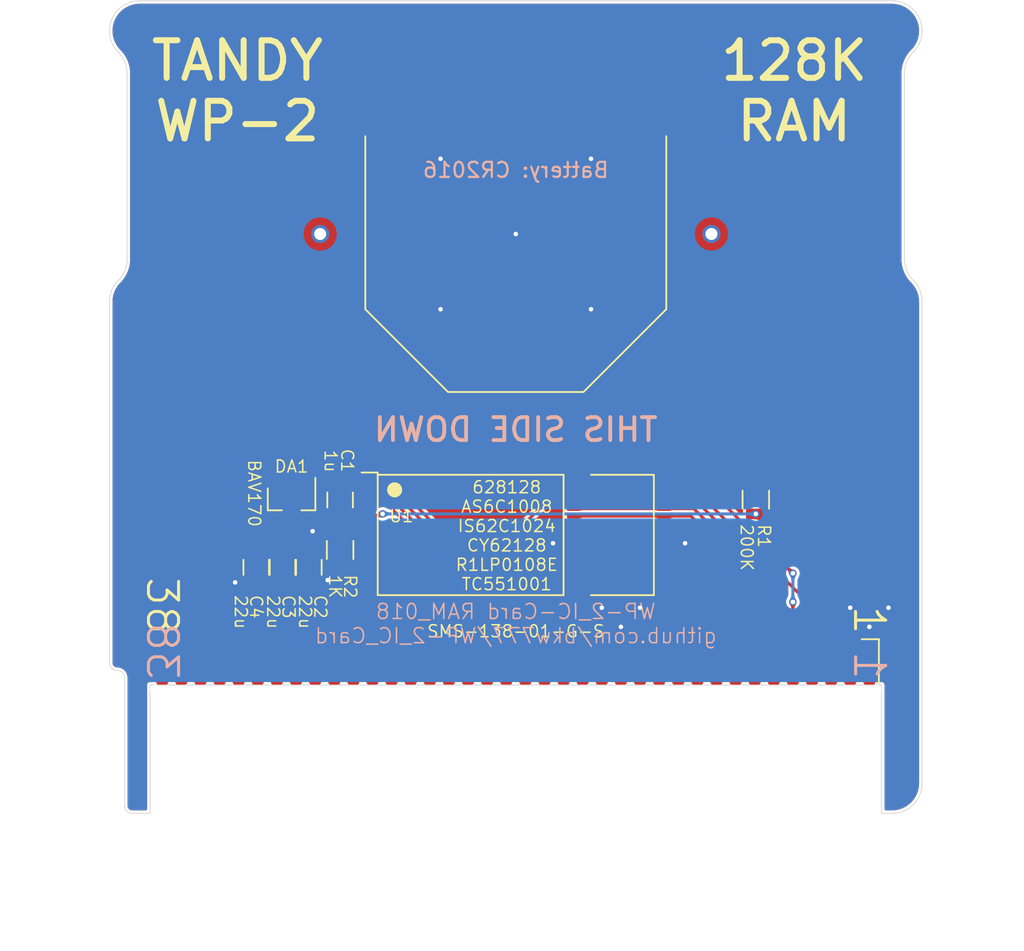
<source format=kicad_pcb>
(kicad_pcb (version 20221018) (generator pcbnew)
  (title_block (title "WP-2_IC-Card") (date "2023-12-12") (rev "RAM_018") (company "Brian K. White - b.kenyon.w@gmail.com") (comment 1 "CC-BY-SA") (comment 2 "github.com/bkw777/WP-2_IC_Card"))
  (layers (0 "F.Cu" signal) (31 "B.Cu" signal) (34 "B.Paste" user) (35 "F.Paste" user) (36 "B.SilkS" user "B.Silkscreen") (37 "F.SilkS" user "F.Silkscreen") (38 "B.Mask" user) (39 "F.Mask" user) (44 "Edge.Cuts" user))
  (net 0 "")
  (net 1 "GND")
  (net 2 "/~{CE1}")
  (net 3 "/~{OE}")
  (net 4 "/D0")
  (net 5 "/D1")
  (net 6 "/D2")
  (net 7 "/D3")
  (net 8 "/D4")
  (net 9 "/D5")
  (net 10 "/D6")
  (net 11 "/D7")
  (net 12 "/A16")
  (net 13 "/A15")
  (net 14 "/A14")
  (net 15 "/A13")
  (net 16 "/A12")
  (net 17 "/A11")
  (net 18 "/A10")
  (net 19 "/A9")
  (net 20 "/A8")
  (net 21 "/A7")
  (net 22 "/A6")
  (net 23 "/A5")
  (net 24 "/A4")
  (net 25 "/A3")
  (net 26 "/A2")
  (net 27 "/A1")
  (net 28 "/A0")
  (net 29 "/CE2")
  (net 30 "VMEM")
  (net 31 "/VBUS")
  (net 32 "/VBAT")
  (net 33 "/~{WE}")
  (net 38 "Net-(C2-Pad1)")
  (footprint "0_LOCAL:SMS-138-01-x-x_edge" (layer "F.Cu") (at 135.95 113.72 -90)
    (fp_text reference "J1" hide)
    (fp_text value "SMS-138-01-G-S" (at -3.575 0 unlocked) (layer "F.SilkS") (effects (font (size 0.8 0.8) (thickness 0.1))))
    (fp_line (start -3.048 -22.987) (end -3.048 -24.13) (stroke (width 0.12)) (layer "F.SilkS"))
    (fp_line (start -0.127 -24.13) (end -3.048 -24.13) (stroke (width 0.12)) (layer "F.SilkS"))
    (pad "1" smd roundrect (at -1.4 -23.495 270) (size 2.8 0.8) (layers "F.Cu" "F.Paste" "F.Mask") (net 1 "GND"))
    (pad "2" smd roundrect (at -1.4 -22.225 270) (size 2.8 0.8) (layers "F.Cu" "F.Paste" "F.Mask") (net 1 "GND"))
    (pad "3" smd roundrect (at -1.4 -20.955 270) (size 2.8 0.8) (layers "F.Cu" "F.Paste" "F.Mask") (net 29 "/CE2"))
    (pad "4" smd roundrect (at -1.4 -19.685 270) (size 2.8 0.8) (layers "F.Cu" "F.Paste" "F.Mask") (net 2 "/~{CE1}"))
    (pad "5" smd roundrect (at -1.4 -18.415 270) (size 2.8 0.8) (layers "F.Cu" "F.Paste" "F.Mask") (net 3 "/~{OE}"))
    (pad "6" smd roundrect (at -1.4 -17.145 270) (size 2.8 0.8) (layers "F.Cu" "F.Paste" "F.Mask") (net 4 "/D0"))
    (pad "7" smd roundrect (at -1.4 -15.875 270) (size 2.8 0.8) (layers "F.Cu" "F.Paste" "F.Mask") (net 5 "/D1"))
    (pad "8" smd roundrect (at -1.4 -14.605 270) (size 2.8 0.8) (layers "F.Cu" "F.Paste" "F.Mask") (net 6 "/D2"))
    (pad "9" smd roundrect (at -1.4 -13.335 270) (size 2.8 0.8) (layers "F.Cu" "F.Paste" "F.Mask") (net 7 "/D3"))
    (pad "10" smd roundrect (at -1.4 -12.065 270) (size 2.8 0.8) (layers "F.Cu" "F.Paste" "F.Mask") (net 8 "/D4"))
    (pad "11" smd roundrect (at -1.4 -10.795 270) (size 2.8 0.8) (layers "F.Cu" "F.Paste" "F.Mask") (net 9 "/D5"))
    (pad "12" smd roundrect (at -1.4 -9.525 270) (size 2.8 0.8) (layers "F.Cu" "F.Paste" "F.Mask") (net 10 "/D6"))
    (pad "13" smd roundrect (at -1.4 -8.255 270) (size 2.8 0.8) (layers "F.Cu" "F.Paste" "F.Mask") (net 11 "/D7"))
    (pad "14" smd roundrect (at -1.4 -6.985 270) (size 2.8 0.8) (layers "F.Cu" "F.Paste" "F.Mask") (net 1 "GND"))
    (pad "15" smd roundrect (at -1.4 -5.715 270) (size 2.8 0.8) (layers "F.Cu" "F.Paste" "F.Mask"))
    (pad "16" smd roundrect (at -1.4 -4.445 270) (size 2.8 0.8) (layers "F.Cu" "F.Paste" "F.Mask"))
    (pad "17" smd roundrect (at -1.4 -3.175 270) (size 2.8 0.8) (layers "F.Cu" "F.Paste" "F.Mask"))
    (pad "18" smd roundrect (at -1.4 -1.905 270) (size 2.8 0.8) (layers "F.Cu" "F.Paste" "F.Mask") (net 12 "/A16"))
    (pad "19" smd roundrect (at -1.4 -0.635 270) (size 2.8 0.8) (layers "F.Cu" "F.Paste" "F.Mask") (net 13 "/A15"))
    (pad "20" smd roundrect (at -1.4 0.635 270) (size 2.8 0.8) (layers "F.Cu" "F.Paste" "F.Mask") (net 14 "/A14"))
    (pad "21" smd roundrect (at -1.4 1.905 270) (size 2.8 0.8) (layers "F.Cu" "F.Paste" "F.Mask") (net 15 "/A13"))
    (pad "22" smd roundrect (at -1.4 3.175 270) (size 2.8 0.8) (layers "F.Cu" "F.Paste" "F.Mask") (net 16 "/A12"))
    (pad "23" smd roundrect (at -1.4 4.445 270) (size 2.8 0.8) (layers "F.Cu" "F.Paste" "F.Mask") (net 17 "/A11"))
    (pad "24" smd roundrect (at -1.4 5.715 270) (size 2.8 0.8) (layers "F.Cu" "F.Paste" "F.Mask") (net 18 "/A10"))
    (pad "25" smd roundrect (at -1.4 6.985 270) (size 2.8 0.8) (layers "F.Cu" "F.Paste" "F.Mask") (net 19 "/A9"))
    (pad "26" smd roundrect (at -1.4 8.255 270) (size 2.8 0.8) (layers "F.Cu" "F.Paste" "F.Mask") (net 20 "/A8"))
    (pad "27" smd roundrect (at -1.4 9.525 270) (size 2.8 0.8) (layers "F.Cu" "F.Paste" "F.Mask") (net 21 "/A7"))
    (pad "28" smd roundrect (at -1.4 10.795 270) (size 2.8 0.8) (layers "F.Cu" "F.Paste" "F.Mask") (net 22 "/A6"))
    (pad "29" smd roundrect (at -1.4 12.065 270) (size 2.8 0.8) (layers "F.Cu" "F.Paste" "F.Mask") (net 23 "/A5"))
    (pad "30" smd roundrect (at -1.4 13.335 270) (size 2.8 0.8) (layers "F.Cu" "F.Paste" "F.Mask") (net 24 "/A4"))
    (pad "31" smd roundrect (at -1.4 14.605 270) (size 2.8 0.8) (layers "F.Cu" "F.Paste" "F.Mask") (net 25 "/A3"))
    (pad "32" smd roundrect (at -1.4 15.875 270) (size 2.8 0.8) (layers "F.Cu" "F.Paste" "F.Mask") (net 26 "/A2"))
    (pad "33" smd roundrect (at -1.4 17.145 270) (size 2.8 0.8) (layers "F.Cu" "F.Paste" "F.Mask") (net 27 "/A1"))
    (pad "34" smd roundrect (at -1.4 18.415 270) (size 2.8 0.8) (layers "F.Cu" "F.Paste" "F.Mask") (net 28 "/A0"))
    (pad "35" smd roundrect (at -1.4 19.685 270) (size 2.8 0.8) (layers "F.Cu" "F.Paste" "F.Mask") (net 33 "/~{WE}"))
    (pad "36" smd roundrect (at -1.4 20.955 270) (size 2.8 0.8) (layers "F.Cu" "F.Paste" "F.Mask"))
    (pad "37" smd roundrect (at -1.4 22.225 270) (size 2.8 0.8) (layers "F.Cu" "F.Paste" "F.Mask") (net 32 "/VBAT"))
    (pad "38" smd roundrect (at -1.4 23.495 270) (size 2.8 0.8) (layers "F.Cu" "F.Paste" "F.Mask") (net 31 "/VBUS"))
  )
  (footprint "0_LOCAL:TSOP32-dual" (layer "F.Cu") (at 135.95 103.745)
    (fp_text reference "U1" (at -7.6 -1.25 unlocked) (layer "F.SilkS") (effects (font (size 0.8 0.8) (thickness 0.1))))
    (fp_text value "628128_TSOP" hide)
    (fp_line (start -10.25 -4.15) (end -9.175 -4.15) (stroke (width 0.12)) (layer "F.SilkS"))
    (fp_line (start -9.175 -4.15) (end -9.175 4) (stroke (width 0.12)) (layer "F.SilkS"))
    (fp_line (start 3.175 -4) (end -9.175 -4) (stroke (width 0.12)) (layer "F.SilkS"))
    (fp_line (start 3.175 4) (end -9.175 4) (stroke (width 0.12)) (layer "F.SilkS"))
    (fp_line (start 3.175 4) (end 3.175 -4) (stroke (width 0.12)) (layer "F.SilkS"))
    (fp_line (start 9.175 -4) (end 5 -4) (stroke (width 0.12)) (layer "F.SilkS"))
    (fp_line (start 9.175 4) (end 5 4) (stroke (width 0.12)) (layer "F.SilkS"))
    (fp_line (start 9.175 4) (end 9.175 -4) (stroke (width 0.12)) (layer "F.SilkS"))
    (fp_circle (center -8.05 -3) (end -8.05 -2.75) (stroke (width 0.5)) (fill none) (layer "F.SilkS"))
    (pad "1" smd roundrect (at -9.85 -3.75 270) (size 0.3 0.9) (layers "F.Cu" "F.Paste" "F.Mask") (net 17 "/A11"))
    (pad "2" smd roundrect (at -9.85 -3.25 270) (size 0.3 0.9) (layers "F.Cu" "F.Paste" "F.Mask") (net 18 "/A10"))
    (pad "3" smd roundrect (at -9.85 -2.75 270) (size 0.3 0.9) (layers "F.Cu" "F.Paste" "F.Mask") (net 19 "/A9"))
    (pad "4" smd roundrect (at -9.85 -2.25 270) (size 0.3 0.9) (layers "F.Cu" "F.Paste" "F.Mask") (net 20 "/A8"))
    (pad "5" smd roundrect (at -9.85 -1.75 270) (size 0.3 0.9) (layers "F.Cu" "F.Paste" "F.Mask") (net 33 "/~{WE}"))
    (pad "6" smd roundrect (at -9.85 -1.25 270) (size 0.3 0.9) (layers "F.Cu" "F.Paste" "F.Mask") (net 29 "/CE2"))
    (pad "7" smd roundrect (at -9.85 -0.75 270) (size 0.3 0.9) (layers "F.Cu" "F.Paste" "F.Mask") (net 21 "/A7"))
    (pad "8" smd roundrect (at -9.85 -0.25 270) (size 0.3 0.9) (layers "F.Cu" "F.Paste" "F.Mask") (net 30 "VMEM"))
    (pad "9" smd roundrect (at -9.85 0.25 270) (size 0.3 0.9) (layers "F.Cu" "F.Paste" "F.Mask") (net 1 "GND"))
    (pad "10" smd roundrect (at -9.85 0.75 270) (size 0.3 0.9) (layers "F.Cu" "F.Paste" "F.Mask") (net 22 "/A6"))
    (pad "11" smd roundrect (at -9.85 1.25 270) (size 0.3 0.9) (layers "F.Cu" "F.Paste" "F.Mask") (net 23 "/A5"))
    (pad "12" smd roundrect (at -9.85 1.75 270) (size 0.3 0.9) (layers "F.Cu" "F.Paste" "F.Mask") (net 24 "/A4"))
    (pad "13" smd roundrect (at -9.85 2.25 270) (size 0.3 0.9) (layers "F.Cu" "F.Paste" "F.Mask") (net 28 "/A0"))
    (pad "14" smd roundrect (at -9.85 2.75 270) (size 0.3 0.9) (layers "F.Cu" "F.Paste" "F.Mask") (net 27 "/A1"))
    (pad "15" smd roundrect (at -9.85 3.25 270) (size 0.3 0.9) (layers "F.Cu" "F.Paste" "F.Mask") (net 26 "/A2"))
    (pad "16" smd roundrect (at -9.85 3.75 270) (size 0.3 0.9) (layers "F.Cu" "F.Paste" "F.Mask") (net 25 "/A3"))
    (pad "17" smd roundrect (at 3.85 3.75 270) (size 0.3 0.9) (layers "F.Cu" "F.Paste" "F.Mask") (net 12 "/A16"))
    (pad "17" smd roundrect (at 9.85 3.75 270) (size 0.3 0.9) (layers "F.Cu" "F.Paste" "F.Mask") (net 12 "/A16"))
    (pad "18" smd roundrect (at 3.85 3.25 270) (size 0.3 0.9) (layers "F.Cu" "F.Paste" "F.Mask") (net 13 "/A15"))
    (pad "18" smd roundrect (at 9.85 3.25 270) (size 0.3 0.9) (layers "F.Cu" "F.Paste" "F.Mask") (net 13 "/A15"))
    (pad "19" smd roundrect (at 3.85 2.75 270) (size 0.3 0.9) (layers "F.Cu" "F.Paste" "F.Mask") (net 14 "/A14"))
    (pad "19" smd roundrect (at 9.85 2.75 270) (size 0.3 0.9) (layers "F.Cu" "F.Paste" "F.Mask") (net 14 "/A14"))
    (pad "20" smd roundrect (at 3.85 2.25 270) (size 0.3 0.9) (layers "F.Cu" "F.Paste" "F.Mask") (net 15 "/A13"))
    (pad "20" smd roundrect (at 9.85 2.25 270) (size 0.3 0.9) (layers "F.Cu" "F.Paste" "F.Mask") (net 15 "/A13"))
    (pad "21" smd roundrect (at 3.85 1.75 270) (size 0.3 0.9) (layers "F.Cu" "F.Paste" "F.Mask") (net 11 "/D7"))
    (pad "21" smd roundrect (at 9.85 1.75 270) (size 0.3 0.9) (layers "F.Cu" "F.Paste" "F.Mask") (net 11 "/D7"))
    (pad "22" smd roundrect (at 3.85 1.25 270) (size 0.3 0.9) (layers "F.Cu" "F.Paste" "F.Mask") (net 10 "/D6"))
    (pad "22" smd roundrect (at 9.85 1.25 270) (size 0.3 0.9) (layers "F.Cu" "F.Paste" "F.Mask") (net 10 "/D6"))
    (pad "23" smd roundrect (at 3.85 0.75 270) (size 0.3 0.9) (layers "F.Cu" "F.Paste" "F.Mask") (net 9 "/D5"))
    (pad "23" smd roundrect (at 9.85 0.75 270) (size 0.3 0.9) (layers "F.Cu" "F.Paste" "F.Mask") (net 9 "/D5"))
    (pad "24" smd roundrect (at 3.85 0.25 270) (size 0.3 0.9) (layers "F.Cu" "F.Paste" "F.Mask") (net 1 "GND"))
    (pad "24" smd roundrect (at 9.85 0.25 270) (size 0.3 0.9) (layers "F.Cu" "F.Paste" "F.Mask") (net 1 "GND"))
    (pad "25" smd roundrect (at 3.85 -0.25 270) (size 0.3 0.9) (layers "F.Cu" "F.Paste" "F.Mask") (net 8 "/D4"))
    (pad "25" smd roundrect (at 9.85 -0.25 270) (size 0.3 0.9) (layers "F.Cu" "F.Paste" "F.Mask") (net 8 "/D4"))
    (pad "26" smd roundrect (at 3.85 -0.75 270) (size 0.3 0.9) (layers "F.Cu" "F.Paste" "F.Mask") (net 7 "/D3"))
    (pad "26" smd roundrect (at 9.85 -0.75 270) (size 0.3 0.9) (layers "F.Cu" "F.Paste" "F.Mask") (net 7 "/D3"))
    (pad "27" smd roundrect (at 3.85 -1.25 270) (size 0.3 0.9) (layers "F.Cu" "F.Paste" "F.Mask") (net 6 "/D2"))
    (pad "27" smd roundrect (at 9.85 -1.25 270) (size 0.3 0.9) (layers "F.Cu" "F.Paste" "F.Mask") (net 6 "/D2"))
    (pad "28" smd roundrect (at 3.85 -1.75 270) (size 0.3 0.9) (layers "F.Cu" "F.Paste" "F.Mask") (net 5 "/D1"))
    (pad "28" smd roundrect (at 9.85 -1.75 270) (size 0.3 0.9) (layers "F.Cu" "F.Paste" "F.Mask") (net 5 "/D1"))
    (pad "29" smd roundrect (at 3.85 -2.25 270) (size 0.3 0.9) (layers "F.Cu" "F.Paste" "F.Mask") (net 4 "/D0"))
    (pad "29" smd roundrect (at 9.85 -2.25 270) (size 0.3 0.9) (layers "F.Cu" "F.Paste" "F.Mask") (net 4 "/D0"))
    (pad "30" smd roundrect (at 3.85 -2.75 270) (size 0.3 0.9) (layers "F.Cu" "F.Paste" "F.Mask") (net 2 "/~{CE1}"))
    (pad "30" smd roundrect (at 9.85 -2.75 270) (size 0.3 0.9) (layers "F.Cu" "F.Paste" "F.Mask") (net 2 "/~{CE1}"))
    (pad "31" smd roundrect (at 3.85 -3.25 270) (size 0.3 0.9) (layers "F.Cu" "F.Paste" "F.Mask") (net 16 "/A12"))
    (pad "31" smd roundrect (at 9.85 -3.25 270) (size 0.3 0.9) (layers "F.Cu" "F.Paste" "F.Mask") (net 16 "/A12"))
    (pad "32" smd roundrect (at 3.85 -3.75 270) (size 0.3 0.9) (layers "F.Cu" "F.Paste" "F.Mask") (net 3 "/~{OE}"))
    (pad "32" smd roundrect (at 9.85 -3.75 270) (size 0.3 0.9) (layers "F.Cu" "F.Paste" "F.Mask") (net 3 "/~{OE}"))
  )
  (footprint "0_LOCAL:2016_battery_holder_smt" (layer "F.Cu") (at 135.95 83.745)
    (fp_text reference "BT1" hide)
    (fp_text value "CR2016 3v")
    (fp_line (start -10 5) (end -10 -6.5) (stroke (width 0.12)) (layer "F.SilkS"))
    (fp_line (start -10 5) (end -4.5 10.5) (stroke (width 0.12)) (layer "F.SilkS"))
    (fp_line (start -4.5 10.5) (end 4.5 10.5) (stroke (width 0.12)) (layer "F.SilkS"))
    (fp_line (start 4.5 10.5) (end 10 5) (stroke (width 0.12)) (layer "F.SilkS"))
    (fp_line (start 10 5) (end 10 -6.5) (stroke (width 0.12)) (layer "F.SilkS"))
    (pad "1" smd roundrect (at -13 0) (size 5.5 5.5) (layers "F.Cu" "F.Paste" "F.Mask") (roundrect_rratio 0.1) (net 32 "/VBAT"))
    (pad "1" smd roundrect (at 13 0) (size 5.5 5.5) (layers "F.Cu" "F.Paste" "F.Mask") (roundrect_rratio 0.1) (net 32 "/VBAT"))
    (pad "2" smd circle (at 0 0) (size 17.8 17.8) (layers "F.Cu" "F.Mask") (net 1 "GND"))
  )
  (footprint "0_LOCAL:SOT-23" (layer "F.Cu") (at 121.05 101.345 -90)
    (fp_text reference "DA1" (at -2.15 0 unlocked) (layer "F.SilkS") (effects (font (size 0.8 0.8) (thickness 0.1))))
    (fp_text value "BAV170" (at 1.925 2.475 -90 unlocked) (layer "F.SilkS") (effects (font (size 0.8 0.8) (thickness 0.1)) (justify right)))
    (fp_line (start 0.76 -1.58) (end -1.4 -1.58) (stroke (width 0.12)) (layer "F.SilkS"))
    (fp_line (start 0.76 -1.58) (end 0.76 -0.65) (stroke (width 0.12)) (layer "F.SilkS"))
    (fp_line (start 0.76 1.58) (end -0.7 1.58) (stroke (width 0.12)) (layer "F.SilkS"))
    (fp_line (start 0.76 1.58) (end 0.76 0.65) (stroke (width 0.12)) (layer "F.SilkS"))
    (pad "1" smd roundrect (at -1 -0.95 270) (size 0.9 0.8) (layers "F.Cu" "F.Paste" "F.Mask") (roundrect_rratio 0.1) (net 32 "/VBAT"))
    (pad "2" smd roundrect (at -1 0.95 270) (size 0.9 0.8) (layers "F.Cu" "F.Paste" "F.Mask") (roundrect_rratio 0.1) (net 31 "/VBUS"))
    (pad "3" smd roundrect (at 1 0 270) (size 0.9 0.8) (layers "F.Cu" "F.Paste" "F.Mask") (roundrect_rratio 0.1) (net 30 "VMEM"))
  )
  (footprint "0_LOCAL:C_0805_1mm" (layer "F.Cu") (at 124.275 101.42 90)
    (fp_text reference "C1" (at 1.775 0.475 270 unlocked) (layer "F.SilkS") (effects (font (size 0.8 0.8) (thickness 0.1)) (justify right)))
    (fp_text value "1u" (at 1.775 -0.625 270 unlocked) (layer "F.SilkS") (effects (font (size 0.8 0.8) (thickness 0.1)) (justify right)))
    (fp_line (start -0.5 0.85) (end 0.5 0.85) (stroke (width 0.12)) (layer "F.SilkS"))
    (fp_line (start 0.5 -0.85) (end -0.5 -0.85) (stroke (width 0.12)) (layer "F.SilkS"))
    (pad "1" smd roundrect (at -1 0 90) (size 1 1.25) (layers "F.Cu" "F.Paste" "F.Mask") (roundrect_rratio 0.15) (net 30 "VMEM"))
    (pad "2" smd roundrect (at 1 0 90) (size 1 1.25) (layers "F.Cu" "F.Paste" "F.Mask") (roundrect_rratio 0.15) (net 1 "GND"))
  )
  (footprint "0_LOCAL:npth_0.6mm" (layer "F.Cu") (at 159.95 114.02)
    (fp_text reference "corner2" hide)
    (fp_text value "npth_0.6mm" hide)
    (pad "" np_thru_hole circle (at 0 0) (size 0.6 0.6) (drill 0.6) (layers "F&B.Cu"))
  )
  (footprint "0_LOCAL:R_0805" (layer "F.Cu") (at 124.275 104.745 90)
    (fp_text reference "R2" (at -1.575 0.675 270 unlocked) (layer "F.SilkS") (effects (font (size 0.8 0.8) (thickness 0.1)) (justify left)))
    (fp_text value "1K" (at -1.575 -0.325 270 unlocked) (layer "F.SilkS") (effects (font (size 0.8 0.8) (thickness 0.1)) (justify left)))
    (fp_line (start -0.6 -0.88) (end 0.6 -0.88) (stroke (width 0.12)) (layer "F.SilkS"))
    (fp_line (start 0.6 0.88) (end -0.6 0.88) (stroke (width 0.12)) (layer "F.SilkS"))
    (pad "1" smd roundrect (at -0.95 0 90) (size 0.7 1.3) (layers "F.Cu" "F.Paste" "F.Mask") (roundrect_rratio 0.1) (net 38 "Net-(C2-Pad1)"))
    (pad "2" smd roundrect (at 0.95 0 90) (size 0.7 1.3) (layers "F.Cu" "F.Paste" "F.Mask") (roundrect_rratio 0.1) (net 30 "VMEM"))
  )
  (footprint "0_LOCAL:pth_nail" (layer "F.Cu") (at 122.95 83.745)
    (fp_text reference "nail1" hide)
    (fp_text value "pth_nail" hide)
    (pad "" thru_hole circle (at 0 0) (size 1.2 1.2) (drill 0.8) (layers "*.Cu" "*.Mask") (net 32 "/VBAT") (clearance 0.5))
  )
  (footprint "0_LOCAL:WP-2_IC_Card_Cover_RAM" (layer "F.Cu") (at 135.95 95.245)
    (fp_text reference "REF**" hide)
    (fp_text value "WP-2_IC_Card_Cover_RAM")
  )
  (footprint "0_LOCAL:pth_nail" (layer "F.Cu") (at 148.95 83.745)
    (fp_text reference "nail2" hide)
    (fp_text value "pth_nail" hide)
    (pad "" thru_hole circle (at 0 0) (size 1.2 1.2) (drill 0.8) (layers "*.Cu" "*.Mask") (net 32 "/VBAT") (clearance 0.5))
  )
  (footprint "0_LOCAL:C_0805_1mm" (layer "F.Cu") (at 120.45 105.895 -90)
    (fp_text reference "C3" (at 1.775 -0.4 -90 unlocked) (layer "F.SilkS") (effects (font (size 0.8 0.8) (thickness 0.1)) (justify left)))
    (fp_text value "22u" (at 1.775 0.616 -90 unlocked) (layer "F.SilkS") (effects (font (size 0.8 0.8) (thickness 0.1)) (justify left)))
    (fp_line (start -0.5 0.85) (end 0.5 0.85) (stroke (width 0.12)) (layer "F.SilkS"))
    (fp_line (start 0.5 -0.85) (end -0.5 -0.85) (stroke (width 0.12)) (layer "F.SilkS"))
    (pad "1" smd roundrect (at -1 0 270) (size 1 1.25) (layers "F.Cu" "F.Paste" "F.Mask") (roundrect_rratio 0.15) (net 38 "Net-(C2-Pad1)"))
    (pad "2" smd roundrect (at 1 0 270) (size 1 1.25) (layers "F.Cu" "F.Paste" "F.Mask") (roundrect_rratio 0.15) (net 1 "GND"))
  )
  (footprint "0_LOCAL:R_0805" (layer "F.Cu") (at 151.9 101.395 -90)
    (fp_text reference "R1" (at 1.575 -0.55 -90 unlocked) (layer "F.SilkS") (effects (font (size 0.8 0.8) (thickness 0.1)) (justify left)))
    (fp_text value "200K" (at 1.575 0.6 -90 unlocked) (layer "F.SilkS") (effects (font (size 0.8 0.8) (thickness 0.1)) (justify left)))
    (fp_line (start -0.6 -0.88) (end 0.6 -0.88) (stroke (width 0.12)) (layer "F.SilkS"))
    (fp_line (start 0.6 0.88) (end -0.6 0.88) (stroke (width 0.12)) (layer "F.SilkS"))
    (pad "1" smd roundrect (at -0.95 0 270) (size 0.7 1.3) (layers "F.Cu" "F.Paste" "F.Mask") (roundrect_rratio 0.1) (net 1 "GND"))
    (pad "2" smd roundrect (at 0.95 0 270) (size 0.7 1.3) (layers "F.Cu" "F.Paste" "F.Mask") (roundrect_rratio 0.1) (net 29 "/CE2"))
  )
  (footprint "0_LOCAL:npth_0.6mm" (layer "F.Cu") (at 111.95 114.02)
    (fp_text reference "corner1" hide)
    (fp_text value "npth_0.6mm" hide)
    (pad "" np_thru_hole circle (at 0 0) (size 0.6 0.6) (drill 0.6) (layers "F&B.Cu"))
  )
  (footprint "0_LOCAL:C_0805_1mm" (layer "F.Cu") (at 122.2 105.895 -90)
    (fp_text reference "C2" (at 1.775 -0.766 -90 unlocked) (layer "F.SilkS") (effects (font (size 0.8 0.8) (thickness 0.1)) (justify left)))
    (fp_text value "22u" (at 1.775 0.25 -90 unlocked) (layer "F.SilkS") (effects (font (size 0.8 0.8) (thickness 0.1)) (justify left)))
    (fp_line (start -0.5 0.85) (end 0.5 0.85) (stroke (width 0.12)) (layer "F.SilkS"))
    (fp_line (start 0.5 -0.85) (end -0.5 -0.85) (stroke (width 0.12)) (layer "F.SilkS"))
    (pad "1" smd roundrect (at -1 0 270) (size 1 1.25) (layers "F.Cu" "F.Paste" "F.Mask") (roundrect_rratio 0.15) (net 38 "Net-(C2-Pad1)"))
    (pad "2" smd roundrect (at 1 0 270) (size 1 1.25) (layers "F.Cu" "F.Paste" "F.Mask") (roundrect_rratio 0.15) (net 1 "GND"))
  )
  (footprint "0_LOCAL:C_0805_1mm" (layer "F.Cu") (at 118.7 105.895 -90)
    (fp_text reference "C4" (at 1.778 0 -90 unlocked) (layer "F.SilkS") (effects (font (size 0.8 0.8) (thickness 0.1)) (justify left)))
    (fp_text value "22u" (at 1.778 1.016 -90 unlocked) (layer "F.SilkS") (effects (font (size 0.8 0.8) (thickness 0.1)) (justify left)))
    (fp_line (start -0.5 0.85) (end 0.5 0.85) (stroke (width 0.12)) (layer "F.SilkS"))
    (fp_line (start 0.5 -0.85) (end -0.5 -0.85) (stroke (width 0.12)) (layer "F.SilkS"))
    (pad "1" smd roundrect (at -1 0 270) (size 1 1.25) (layers "F.Cu" "F.Paste" "F.Mask") (roundrect_rratio 0.15) (net 38 "Net-(C2-Pad1)"))
    (pad "2" smd roundrect (at 1 0 270) (size 1 1.25) (layers "F.Cu" "F.Paste" "F.Mask") (roundrect_rratio 0.15) (net 1 "GND"))
  )
  (gr_line (start 108.949999 88.245) (end 108.95 112.245) (stroke (width 0.05)) (layer "Edge.Cuts"))
  (gr_line (start 160.95 68.245) (end 110.95 68.245) (stroke (width 0.05)) (layer "Edge.Cuts"))
  (gr_line (start 111.65 113.72) (end 160.25 113.72) (stroke (width 0.05)) (layer "Edge.Cuts"))
  (gr_line (start 160.25 122.245) (end 160.25 113.72) (stroke (width 0.05)) (layer "Edge.Cuts"))
  (gr_line (start 111.65 122.245) (end 111.65 113.72) (stroke (width 0.05)) (layer "Edge.Cuts"))
  (gr_line (start 110.45 122.245) (end 111.65 122.245) (stroke (width 0.05)) (layer "Edge.Cuts"))
  (gr_line (start 160.95 122.245) (end 160.25 122.245) (stroke (width 0.05)) (layer "Edge.Cuts"))
  (gr_line (start 162.95 120.245) (end 162.95 88.245) (stroke (width 0.05)) (layer "Edge.Cuts"))
  (gr_line (start 109.95 113.245) (end 109.95 121.745) (stroke (width 0.05)) (layer "Edge.Cuts"))
  (gr_arc (start 109.535787 71.659214) (mid 109.969333 72.308061) (end 110.121574 73.073428) (stroke (width 0.05)) (layer "Edge.Cuts"))
  (gr_arc (start 162.364213 86.830786) (mid 162.797759 87.479633) (end 162.95 88.245) (stroke (width 0.05)) (layer "Edge.Cuts"))
  (gr_arc (start 162.95 120.245) (mid 162.364214 121.659214) (end 160.95 122.245) (stroke (width 0.05)) (layer "Edge.Cuts"))
  (gr_arc (start 109.45 112.745) (mid 109.803553 112.891447) (end 109.95 113.245) (stroke (width 0.05)) (layer "Edge.Cuts"))
  (gr_arc (start 108.95 70.245) (mid 109.535786 68.830786) (end 110.95 68.245) (stroke (width 0.05)) (layer "Edge.Cuts"))
  (gr_arc (start 160.95 68.245) (mid 162.364214 68.830786) (end 162.95 70.245) (stroke (width 0.05)) (layer "Edge.Cuts"))
  (gr_arc (start 110.45 122.245) (mid 110.096447 122.098553) (end 109.95 121.745) (stroke (width 0.05)) (layer "Edge.Cuts"))
  (gr_arc (start 162.95 70.245) (mid 162.797759 71.010367) (end 162.364213 71.659214) (stroke (width 0.05)) (layer "Edge.Cuts"))
  (gr_arc (start 110.121573 85.416572) (mid 109.969339 86.181944) (end 109.535786 86.830786) (stroke (width 0.05)) (layer "Edge.Cuts"))
  (gr_line (start 161.778426 73.073428) (end 161.778426 85.416572) (stroke (width 0.05)) (layer "Edge.Cuts"))
  (gr_arc (start 162.364213 86.830786) (mid 161.930671 86.181939) (end 161.778426 85.416572) (stroke (width 0.05)) (layer "Edge.Cuts"))
  (gr_arc (start 108.949999 88.245) (mid 109.10224 87.479633) (end 109.535786 86.830786) (stroke (width 0.05)) (layer "Edge.Cuts"))
  (gr_arc (start 161.778426 73.073428) (mid 161.930667 72.308061) (end 162.364213 71.659214) (stroke (width 0.05)) (layer "Edge.Cuts"))
  (gr_arc (start 109.535787 71.659214) (mid 109.102241 71.010367) (end 108.95 70.245) (stroke (width 0.05)) (layer "Edge.Cuts"))
  (gr_line (start 110.121574 73.073428) (end 110.121573 85.416572) (stroke (width 0.05)) (layer "Edge.Cuts"))
  (gr_arc (start 109.45 112.745) (mid 109.096447 112.598553) (end 108.95 112.245) (stroke (width 0.05)) (layer "Edge.Cuts"))
  (gr_text "${TITLE} ${REVISION}\n${COMMENT2}" (at 135.95 109.64) (layer "B.SilkS") (effects (font (size 1 1) (thickness 0.1)) (justify mirror)))
  (gr_text "THIS SIDE DOWN" (at 135.95 96.745) (layer "B.SilkS") (effects (font (size 1.524 1.524) (thickness 0.254)) (justify mirror)))
  (gr_text "1" (at 159.45 113.495 270) (layer "B.SilkS") (effects (font (size 2 2) (thickness 0.2)) (justify left mirror)))
  (gr_text "Battery: CR2016" (at 135.95 79.495) (layer "B.SilkS") (effects (font (size 1 1)) (justify mirror)))
  (gr_text "38" (at 112.455 113.495 270) (layer "B.SilkS") (effects (font (size 2 2) (thickness 0.2)) (justify left mirror)))
  (gr_text "1" (at 159.445 110.485 270) (layer "F.SilkS") (effects (font (size 2 2) (thickness 0.2)) (justify right)))
  (gr_text "38" (at 112.455 110.485 270) (layer "F.SilkS") (effects (font (size 2 2) (thickness 0.2)) (justify right)))
  (gr_text "TANDY\nWP-2" (at 117.45 74.245) (layer "F.SilkS") (effects (font (size 2.5 2.5) (thickness 0.4))))
  (gr_text "128K\nRAM" (at 154.45 74.245) (layer "F.SilkS") (effects (font (size 2.5 2.5) (thickness 0.4))))
  (gr_text "628128\nAS6C1008\nIS62C1024\nCY62128\nR1LP0108E\nTC551001" (at 135.35 103.795) (layer "F.SilkS") (effects (font (size 0.8 0.8) (thickness 0.1))))
  (via (at 130.95 78.745) (size 0.5) (drill 0.3) (layers "F.Cu" "B.Cu") (net 1))
  (via (at 144.205 108.58) (size 0.5) (drill 0.3) (layers "F.Cu" "B.Cu") (net 1))
  (via (at 117.3 106.895) (size 0.5) (drill 0.3) (layers "F.Cu" "B.Cu") (net 1))
  (via (at 135.95 83.745) (size 0.5) (drill 0.3) (layers "F.Cu" "B.Cu") (net 1))
  (via (at 142.935 109.85) (size 0.5) (drill 0.3) (layers "F.Cu" "B.Cu") (net 1))
  (via (at 138.425 104.295) (size 0.5) (drill 0.3) (layers "F.Cu" "B.Cu") (net 1))
  (via (at 158.175 108.58) (size 0.5) (drill 0.3) (layers "F.Cu" "B.Cu") (net 1))
  (via (at 122.45 103.495) (size 0.5) (drill 0.3) (layers "F.Cu" "B.Cu") (net 1))
  (via (at 159.445 109.85) (size 0.5) (drill 0.3) (layers "F.Cu" "B.Cu") (net 1))
  (via (at 140.95 78.745) (size 0.5) (drill 0.3) (layers "F.Cu" "B.Cu") (net 1))
  (via (at 141.665 108.58) (size 0.5) (drill 0.3) (layers "F.Cu" "B.Cu") (net 1))
  (via (at 160.715 108.58) (size 0.5) (drill 0.3) (layers "F.Cu" "B.Cu") (net 1))
  (via (at 130.95 88.745) (size 0.5) (drill 0.3) (layers "F.Cu" "B.Cu") (net 1))
  (via (at 123.45 106.745) (size 0.5) (drill 0.3) (layers "F.Cu" "B.Cu") (net 1))
  (via (at 147.2 104.295) (size 0.5) (drill 0.3) (layers "F.Cu" "B.Cu") (net 1))
  (via (at 140.95 88.745) (size 0.5) (drill 0.3) (layers "F.Cu" "B.Cu") (net 1))
  (segment (start 155.635 112.32) (end 155.635 108.505) (width 0.2) (layer "F.Cu") (net 2))
  (segment (start 148.125 100.995) (end 145.8 100.995) (width 0.2) (layer "F.Cu") (net 2))
  (segment (start 155.635 108.505) (end 148.125 100.995) (width 0.2) (layer "F.Cu") (net 2))
  (segment (start 145.8 100.995) (end 139.8 100.995) (width 0.2) (layer "F.Cu") (net 2))
  (segment (start 148.065 99.995) (end 145.8 99.995) (width 0.2) (layer "F.Cu") (net 3))
  (segment (start 154.365 108.195) (end 154.365 112.32) (width 0.2) (layer "F.Cu") (net 3))
  (segment (start 145.8 99.995) (end 139.8 99.995) (width 0.2) (layer "F.Cu") (net 3))
  (segment (start 154.365 106.295) (end 148.065 99.995) (width 0.2) (layer "F.Cu") (net 3))
  (via (at 154.365 106.295) (size 0.5) (drill 0.3) (layers "F.Cu" "B.Cu") (net 3))
  (via (at 154.365 108.195) (size 0.5) (drill 0.3) (layers "F.Cu" "B.Cu") (net 3))
  (segment (start 154.365 108.195) (end 154.365 106.295) (width 0.2) (layer "B.Cu") (net 3))
  (segment (start 147.95 101.495) (end 145.8 101.495) (width 0.2) (layer "F.Cu") (net 4))
  (segment (start 145.8 101.495) (end 139.8 101.495) (width 0.2) (layer "F.Cu") (net 4))
  (segment (start 153.095 106.64) (end 147.95 101.495) (width 0.2) (layer "F.Cu") (net 4))
  (segment (start 153.095 112.32) (end 153.095 106.64) (width 0.2) (layer "F.Cu") (net 4))
  (segment (start 151.825 112.32) (end 151.825 106.045) (width 0.2) (layer "F.Cu") (net 5))
  (segment (start 151.825 106.045) (end 147.775 101.995) (width 0.2) (layer "F.Cu") (net 5))
  (segment (start 147.775 101.995) (end 145.8 101.995) (width 0.2) (layer "F.Cu") (net 5))
  (segment (start 145.8 101.995) (end 139.8 101.995) (width 0.2) (layer "F.Cu") (net 5))
  (segment (start 147.6 102.495) (end 145.8 102.495) (width 0.2) (layer "F.Cu") (net 6))
  (segment (start 145.8 102.495) (end 139.8 102.495) (width 0.2) (layer "F.Cu") (net 6))
  (segment (start 150.555 112.32) (end 150.555 105.45) (width 0.2) (layer "F.Cu") (net 6))
  (segment (start 150.555 105.45) (end 147.6 102.495) (width 0.2) (layer "F.Cu") (net 6))
  (segment (start 139.8 102.995) (end 145.8 102.995) (width 0.2) (layer "F.Cu") (net 7))
  (segment (start 149.285 112.32) (end 149.285 104.83) (width 0.2) (layer "F.Cu") (net 7))
  (segment (start 149.285 104.83) (end 147.45 102.995) (width 0.2) (layer "F.Cu") (net 7))
  (segment (start 147.45 102.995) (end 145.8 102.995) (width 0.2) (layer "F.Cu") (net 7))
  (segment (start 139.8 103.495) (end 145.8 103.495) (width 0.2) (layer "F.Cu") (net 8))
  (segment (start 148.015 104.21) (end 147.3 103.495) (width 0.2) (layer "F.Cu") (net 8))
  (segment (start 148.015 112.32) (end 148.015 104.21) (width 0.2) (layer "F.Cu") (net 8))
  (segment (start 147.3 103.495) (end 145.8 103.495) (width 0.2) (layer "F.Cu") (net 8))
  (segment (start 147.4498 105.424) (end 146.5208 104.495) (width 0.2) (layer "F.Cu") (net 9))
  (segment (start 146.5208 104.495) (end 145.8 104.495) (width 0.2) (layer "F.Cu") (net 9))
  (segment (start 139.8 104.495) (end 145.8 104.495) (width 0.2) (layer "F.Cu") (net 9))
  (segment (start 146.745 112.32) (end 147.05 112.015) (width 0.2) (layer "F.Cu") (net 9))
  (segment (start 147.4498 109.4577) (end 147.4498 105.424) (width 0.2) (layer "F.Cu") (net 9))
  (segment (start 147.05 109.8575) (end 147.4498 109.4577) (width 0.2) (layer "F.Cu") (net 9))
  (segment (start 147.05 112.015) (end 147.05 109.8575) (width 0.2) (layer "F.Cu") (net 9))
  (segment (start 147.0498 108.7202) (end 147.0498 105.5948) (width 0.2) (layer "F.Cu") (net 10))
  (segment (start 145.775 112.02) (end 145.775 109.995) (width 0.2) (layer "F.Cu") (net 10))
  (segment (start 145.8 104.995) (end 139.8 104.995) (width 0.2) (layer "F.Cu") (net 10))
  (segment (start 146.45 104.995) (end 145.8 104.995) (width 0.2) (layer "F.Cu") (net 10))
  (segment (start 145.775 109.995) (end 147.0498 108.7202) (width 0.2) (layer "F.Cu") (net 10))
  (segment (start 147.0498 105.5948) (end 146.45 104.995) (width 0.2) (layer "F.Cu") (net 10))
  (segment (start 145.475 112.32) (end 145.775 112.02) (width 0.2) (layer "F.Cu") (net 10))
  (segment (start 146.6434 105.7606) (end 146.3778 105.495) (width 0.2) (layer "F.Cu") (net 11))
  (segment (start 146.6434 107.9516) (end 146.6434 105.7606) (width 0.2) (layer "F.Cu") (net 11))
  (segment (start 144.205 112.32) (end 144.5098 112.0152) (width 0.2) (layer "F.Cu") (net 11))
  (segment (start 146.3778 105.495) (end 145.8 105.495) (width 0.2) (layer "F.Cu") (net 11))
  (segment (start 144.5098 110.0852) (end 146.6434 107.9516) (width 0.2) (layer "F.Cu") (net 11))
  (segment (start 144.5098 112.0152) (end 144.5098 110.0852) (width 0.2) (layer "F.Cu") (net 11))
  (segment (start 145.8 105.495) (end 139.8 105.495) (width 0.2) (layer "F.Cu") (net 11))
  (segment (start 145.8 107.495) (end 139.8 107.495) (width 0.2) (layer "F.Cu") (net 12))
  (segment (start 137.855 109.1388) (end 139.4988 107.495) (width 0.2) (layer "F.Cu") (net 12))
  (segment (start 139.4988 107.495) (end 139.8 107.495) (width 0.2) (layer "F.Cu") (net 12))
  (segment (start 137.855 112.32) (end 137.855 109.1388) (width 0.2) (layer "F.Cu") (net 12))
  (segment (start 145.8 106.995) (end 139.8 106.995) (width 0.2) (layer "F.Cu") (net 13))
  (segment (start 136.8898 112.0152) (end 136.8898 109.2912) (width 0.2) (layer "F.Cu") (net 13))
  (segment (start 136.8898 109.2912) (end 139.186 106.995) (width 0.2) (layer "F.Cu") (net 13))
  (segment (start 136.585 112.32) (end 136.8898 112.0152) (width 0.2) (layer "F.Cu") (net 13))
  (segment (start 139.186 106.995) (end 139.8 106.995) (width 0.2) (layer "F.Cu") (net 13))
  (segment (start 145.8 106.495) (end 139.8 106.495) (width 0.2) (layer "F.Cu") (net 14))
  (segment (start 135.6198 112.0152) (end 135.6198 109.8252) (width 0.2) (layer "F.Cu") (net 14))
  (segment (start 138.95 106.495) (end 139.8 106.495) (width 0.2) (layer "F.Cu") (net 14))
  (segment (start 135.315 112.32) (end 135.6198 112.0152) (width 0.2) (layer "F.Cu") (net 14))
  (segment (start 135.6198 109.8252) (end 138.95 106.495) (width 0.2) (layer "F.Cu") (net 14))
  (segment (start 134.3498 110.358) (end 138.7128 105.995) (width 0.2) (layer "F.Cu") (net 15))
  (segment (start 134.045 112.32) (end 134.3498 112.0152) (width 0.2) (layer "F.Cu") (net 15))
  (segment (start 145.8 105.995) (end 139.8 105.995) (width 0.2) (layer "F.Cu") (net 15))
  (segment (start 138.7128 105.995) (end 139.8 105.995) (width 0.2) (layer "F.Cu") (net 15))
  (segment (start 134.3498 112.0152) (end 134.3498 110.358) (width 0.2) (layer "F.Cu") (net 15))
  (segment (start 145.8 100.495) (end 139.8 100.495) (width 0.2) (layer "F.Cu") (net 16))
  (segment (start 133.075 112.02) (end 133.075 106.445) (width 0.2) (layer "F.Cu") (net 16))
  (segment (start 133.075 106.445) (end 139.025 100.495) (width 0.2) (layer "F.Cu") (net 16))
  (segment (start 132.775 112.32) (end 133.075 112.02) (width 0.2) (layer "F.Cu") (net 16))
  (segment (start 139.025 100.495) (end 139.8 100.495) (width 0.2) (layer "F.Cu") (net 16))
  (segment (start 131.505 112.32) (end 131.505 104) (width 0.2) (layer "F.Cu") (net 17))
  (segment (start 127.5 99.995) (end 126.1 99.995) (width 0.2) (layer "F.Cu") (net 17))
  (segment (start 131.505 104) (end 127.5 99.995) (width 0.2) (layer "F.Cu") (net 17))
  (segment (start 130.235 103.33) (end 127.4 100.495) (width 0.2) (layer "F.Cu") (net 18))
  (segment (start 130.235 112.32) (end 130.235 103.33) (width 0.2) (layer "F.Cu") (net 18))
  (segment (start 127.4 100.495) (end 126.1 100.495) (width 0.2) (layer "F.Cu") (net 18))
  (segment (start 128.965 112.32) (end 129 112.285) (width 0.2) (layer "F.Cu") (net 19))
  (segment (start 129 112.285) (end 129 102.695) (width 0.2) (layer "F.Cu") (net 19))
  (segment (start 127.3 100.995) (end 126.1 100.995) (width 0.2) (layer "F.Cu") (net 19))
  (segment (start 129 102.695) (end 127.3 100.995) (width 0.2) (layer "F.Cu") (net 19))
  (segment (start 127.695 112.32) (end 127.9998 112.0152) (width 0.2) (layer "F.Cu") (net 20))
  (segment (start 127.9998 109.6452) (end 128.6 109.045) (width 0.2) (layer "F.Cu") (net 20))
  (segment (start 128.6 102.895) (end 127.2 101.495) (width 0.2) (layer "F.Cu") (net 20))
  (segment (start 127.9998 112.0152) (end 127.9998 109.6452) (width 0.2) (layer "F.Cu") (net 20))
  (segment (start 127.2 101.495) (end 126.1 101.495) (width 0.2) (layer "F.Cu") (net 20))
  (segment (start 128.6 109.045) (end 128.6 102.895) (width 0.2) (layer "F.Cu") (net 20))
  (segment (start 128.2 108.595) (end 128.2 104.27) (width 0.2) (layer "F.Cu") (net 21))
  (segment (start 126.7298 112.0152) (end 126.7298 110.0652) (width 0.2) (layer "F.Cu") (net 21))
  (segment (start 126.425 112.32) (end 126.7298 112.0152) (width 0.2) (layer "F.Cu") (net 21))
  (segment (start 126.7298 110.0652) (end 128.2 108.595) (width 0.2) (layer "F.Cu") (net 21))
  (segment (start 126.925 102.995) (end 126.1 102.995) (width 0.2) (layer "F.Cu") (net 21))
  (segment (start 128.2 104.27) (end 126.925 102.995) (width 0.2) (layer "F.Cu") (net 21))
  (segment (start 126.95 104.495) (end 126.1 104.495) (width 0.2) (layer "F.Cu") (net 22))
  (segment (start 125.155 112.32) (end 125.4598 112.0152) (width 0.2) (layer "F.Cu") (net 22))
  (segment (start 127.8 108.195) (end 127.8 105.345) (width 0.2) (layer "F.Cu") (net 22))
  (segment (start 127.8 105.345) (end 126.95 104.495) (width 0.2) (layer "F.Cu") (net 22))
  (segment (start 125.4598 112.0152) (end 125.4598 110.5352) (width 0.2) (layer "F.Cu") (net 22))
  (segment (start 125.4598 110.5352) (end 127.8 108.195) (width 0.2) (layer "F.Cu") (net 22))
  (segment (start 126.85 104.995) (end 126.1 104.995) (width 0.2) (layer "F.Cu") (net 23))
  (segment (start 124.1898 110.6052) (end 126 108.795) (width 0.2) (layer "F.Cu") (net 23))
  (segment (start 127.4 107.995) (end 127.4 105.545) (width 0.2) (layer "F.Cu") (net 23))
  (segment (start 126.6 108.795) (end 127.4 107.995) (width 0.2) (layer "F.Cu") (net 23))
  (segment (start 123.885 112.32) (end 124.1898 112.0152) (width 0.2) (layer "F.Cu") (net 23))
  (segment (start 127.4 105.545) (end 126.85 104.995) (width 0.2) (layer "F.Cu") (net 23))
  (segment (start 126 108.795) (end 126.6 108.795) (width 0.2) (layer "F.Cu") (net 23))
  (segment (start 124.1898 112.0152) (end 124.1898 110.6052) (width 0.2) (layer "F.Cu") (net 23))
  (segment (start 126.75 105.495) (end 126.1 105.495) (width 0.2) (layer "F.Cu") (net 24))
  (segment (start 123.575 109.945) (end 124.1 109.945) (width 0.2) (layer "F.Cu") (net 24))
  (segment (start 126.55 108.245) (end 127 107.795) (width 0.2) (layer "F.Cu") (net 24))
  (segment (start 127 107.795) (end 127 105.745) (width 0.2) (layer "F.Cu") (net 24))
  (segment (start 122.9198 110.6002) (end 123.575 109.945) (width 0.2) (layer "F.Cu") (net 24))
  (segment (start 125.8 108.245) (end 126.55 108.245) (width 0.2) (layer "F.Cu") (net 24))
  (segment (start 127 105.745) (end 126.75 105.495) (width 0.2) (layer "F.Cu") (net 24))
  (segment (start 122.615 112.32) (end 122.9198 112.0152) (width 0.2) (layer "F.Cu") (net 24))
  (segment (start 122.9198 112.0152) (end 122.9198 110.6002) (width 0.2) (layer "F.Cu") (net 24))
  (segment (start 124.1 109.945) (end 125.8 108.245) (width 0.2) (layer "F.Cu") (net 24))
  (segment (start 121.6498 112.0152) (end 121.6498 110.5952) (width 0.2) (layer "F.Cu") (net 25))
  (segment (start 121.6498 110.5952) (end 122.75 109.495) (width 0.2) (layer "F.Cu") (net 25))
  (segment (start 121.345 112.32) (end 121.6498 112.0152) (width 0.2) (layer "F.Cu") (net 25))
  (segment (start 122.75 109.495) (end 123.8 109.495) (width 0.2) (layer "F.Cu") (net 25))
  (segment (start 125.8 107.495) (end 126.1 107.495) (width 0.2) (layer "F.Cu") (net 25))
  (segment (start 123.8 109.495) (end 125.8 107.495) (width 0.2) (layer "F.Cu") (net 25))
  (segment (start 120.3798 110.5652) (end 121.9 109.045) (width 0.2) (layer "F.Cu") (net 26))
  (segment (start 120.3798 112.0152) (end 120.3798 110.5652) (width 0.2) (layer "F.Cu") (net 26))
  (segment (start 126.05 107.045) (end 126.1 106.995) (width 0.2) (layer "F.Cu") (net 26))
  (segment (start 123.481372 109.045) (end 125.481372 107.045) (width 0.2) (layer "F.Cu") (net 26))
  (segment (start 121.9 109.045) (end 123.481372 109.045) (width 0.2) (layer "F.Cu") (net 26))
  (segment (start 120.075 112.32) (end 120.3798 112.0152) (width 0.2) (layer "F.Cu") (net 26))
  (segment (start 125.481372 107.045) (end 126.05 107.045) (width 0.2) (layer "F.Cu") (net 26))
  (segment (start 125.415686 106.545) (end 126.05 106.545) (width 0.2) (layer "F.Cu") (net 27))
  (segment (start 121.1 108.595) (end 123.365686 108.595) (width 0.2) (layer "F.Cu") (net 27))
  (segment (start 123.365686 108.595) (end 125.415686 106.545) (width 0.2) (layer "F.Cu") (net 27))
  (segment (start 119.1098 112.0152) (end 119.1098 110.5852) (width 0.2) (layer "F.Cu") (net 27))
  (segment (start 118.805 112.32) (end 119.1098 112.0152) (width 0.2) (layer "F.Cu") (net 27))
  (segment (start 126.05 106.545) (end 126.1 106.495) (width 0.2) (layer "F.Cu") (net 27))
  (segment (start 119.1098 110.5852) (end 121.1 108.595) (width 0.2) (layer "F.Cu") (net 27))
  (segment (start 117.8398 112.0152) (end 117.8398 110.5552) (width 0.2) (layer "F.Cu") (net 28))
  (segment (start 117.535 112.32) (end 117.8398 112.0152) (width 0.2) (layer "F.Cu") (net 28))
  (segment (start 120.25 108.145) (end 123.25 108.145) (width 0.2) (layer "F.Cu") (net 28))
  (segment (start 126.05 106.045) (end 126.1 105.995) (width 0.2) (layer "F.Cu") (net 28))
  (segment (start 125.35 106.045) (end 126.05 106.045) (width 0.2) (layer "F.Cu") (net 28))
  (segment (start 117.8398 110.5552) (end 120.25 108.145) (width 0.2) (layer "F.Cu") (net 28))
  (segment (start 123.25 108.145) (end 125.35 106.045) (width 0.2) (layer "F.Cu") (net 28))
  (segment (start 151.9 102.345) (end 152.2 102.345) (width 0.2) (layer "F.Cu") (net 29))
  (segment (start 127 102.445) (end 126.15 102.445) (width 0.2) (layer "F.Cu") (net 29))
  (segment (start 152.2 102.345) (end 156.905 107.05) (width 0.2) (layer "F.Cu") (net 29))
  (segment (start 127.1 102.345) (end 127 102.445) (width 0.2) (layer "F.Cu") (net 29))
  (segment (start 156.905 107.05) (end 156.905 112.32) (width 0.2) (layer "F.Cu") (net 29))
  (segment (start 126.15 102.445) (end 126.1 102.495) (width 0.2) (layer "F.Cu") (net 29))
  (via (at 151.9 102.345) (size 0.5) (drill 0.3) (layers "F.Cu" "B.Cu") (net 29))
  (via (at 127.1 102.345) (size 0.5) (drill 0.3) (layers "F.Cu" "B.Cu") (net 29))
  (segment (start 151.9 102.345) (end 127.1 102.345) (width 0.2) (layer "B.Cu") (net 29))
  (segment (start 121.05 102.345) (end 124.2 102.345) (width 0.6) (layer "F.Cu") (net 30))
  (segment (start 126.1 103.495) (end 124.275 103.495) (width 0.3) (layer "F.Cu") (net 30))
  (segment (start 124.275 102.42) (end 124.275 103.795) (width 0.6) (layer "F.Cu") (net 30))
  (segment (start 124.2 102.345) (end 124.275 102.42) (width 0.6) (layer "F.Cu") (net 30))
  (segment (start 124.275 103.495) (end 124.275 103.795) (width 0.3) (layer "F.Cu") (net 30))
  (segment (start 119.95 100.495) (end 120.1 100.345) (width 0.6) (layer "F.Cu") (net 31))
  (segment (start 119.1 100.495) (end 119.95 100.495) (width 0.6) (layer "F.Cu") (net 31))
  (segment (start 112.455 111.845) (end 112.455 107.14) (width 0.6) (layer "F.Cu") (net 31))
  (segment (start 112.455 107.14) (end 119.1 100.495) (width 0.6) (layer "F.Cu") (net 31))
  (segment (start 113.725 106.87) (end 113.725 112.32) (width 0.2) (layer "F.Cu") (net 32))
  (segment (start 122 100.395) (end 121.275 101.12) (width 0.2) (layer "F.Cu") (net 32))
  (segment (start 122 100.345) (end 122 100.395) (width 0.2) (layer "F.Cu") (net 32))
  (segment (start 121.275 101.12) (end 119.475 101.12) (width 0.2) (layer "F.Cu") (net 32))
  (segment (start 122.95 83.745) (end 122 84.695) (width 0.6) (layer "F.Cu") (net 32))
  (segment (start 122 84.695) (end 122 100.345) (width 0.6) (layer "F.Cu") (net 32))
  (segment (start 119.475 101.12) (end 113.725 106.87) (width 0.2) (layer "F.Cu") (net 32))
  (segment (start 125.0375 101.57) (end 125.4125 101.945) (width 0.2) (layer "F.Cu") (net 33))
  (segment (start 116.265 105.03) (end 119.725 101.57) (width 0.2) (layer "F.Cu") (net 33))
  (segment (start 125.4125 101.945) (end 126.05 101.945) (width 0.2) (layer "F.Cu") (net 33))
  (segment (start 116.265 112.32) (end 116.265 105.03) (width 0.2) (layer "F.Cu") (net 33))
  (segment (start 126.05 101.945) (end 126.1 101.995) (width 0.2) (layer "F.Cu") (net 33))
  (segment (start 119.725 101.57) (end 125.0375 101.57) (width 0.2) (layer "F.Cu") (net 33))
  (segment (start 122.5 104.895) (end 123.3 105.695) (width 0.6) (layer "F.Cu") (net 38))
  (segment (start 123.3 105.695) (end 124.275 105.695) (width 0.6) (layer "F.Cu") (net 38))
  (segment (start 120.45 104.895) (end 118.7 104.895) (width 0.6) (layer "F.Cu") (net 38))
  (segment (start 120.45 104.895) (end 122.2 104.895) (width 0.6) (layer "F.Cu") (net 38))
  (segment (start 122.2 104.895) (end 122.5 104.895) (width 0.6) (layer "F.Cu") (net 38))
  (zone (net 1) (net_name "GND") (layer "F.Cu") (connect_pads yes (clearance 0.2)) (min_thickness 0.2) (fill yes (thermal_gap 0.2) (thermal_bridge_width 0.4) (smoothing fillet) (radius 0.1))
    (polygon (pts (xy 108.95 122.245) (xy 108.95 68.245) (xy 162.95 68.245) (xy 162.95 122.245)))
  )
  (zone (net 1) (net_name "GND") (layer "B.Cu") (connect_pads yes (clearance 0.2)) (min_thickness 0.2) (fill yes (thermal_gap 0.2) (thermal_bridge_width 0.4) (smoothing fillet) (radius 0.1))
    (polygon (pts (xy 108.95 122.245) (xy 108.95 68.245) (xy 162.95 68.245) (xy 162.95 122.245)))
  )
)
</source>
